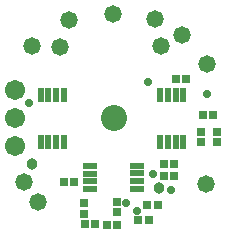
<source format=gts>
G04 Layer_Color=8388736*
%FSLAX25Y25*%
%MOIN*%
G70*
G01*
G75*
%ADD26R,0.01981X0.04540*%
%ADD27R,0.04540X0.01981*%
%ADD28R,0.03162X0.02965*%
%ADD29R,0.02965X0.03162*%
%ADD30C,0.06706*%
%ADD31C,0.08674*%
%ADD32C,0.02800*%
%ADD33C,0.03800*%
%ADD34C,0.05800*%
D26*
X20382Y50500D02*
D03*
X22882D02*
D03*
X25500D02*
D03*
X28059D02*
D03*
Y34949D02*
D03*
X25500D02*
D03*
X22941D02*
D03*
X20382D02*
D03*
X68000Y50551D02*
D03*
X65441D02*
D03*
X62882D02*
D03*
X60323D02*
D03*
Y35000D02*
D03*
X62882D02*
D03*
X65500D02*
D03*
X68000D02*
D03*
D27*
X36949Y27000D02*
D03*
Y24441D02*
D03*
Y21882D02*
D03*
Y19323D02*
D03*
X52500D02*
D03*
Y21882D02*
D03*
Y24500D02*
D03*
Y27000D02*
D03*
D28*
X31500Y21500D02*
D03*
X28153D02*
D03*
X46000Y7346D02*
D03*
X42654D02*
D03*
X56346Y9000D02*
D03*
X53000D02*
D03*
X59346Y14000D02*
D03*
X56000D02*
D03*
X64846Y23500D02*
D03*
X61500D02*
D03*
X64846Y27500D02*
D03*
X61500D02*
D03*
X35153Y7500D02*
D03*
X38500D02*
D03*
X74500Y44000D02*
D03*
X77846D02*
D03*
X68846Y56000D02*
D03*
X65500D02*
D03*
D29*
X46000Y11500D02*
D03*
Y14846D02*
D03*
X74000Y38346D02*
D03*
Y35000D02*
D03*
X35000Y14500D02*
D03*
Y11153D02*
D03*
X79154Y38346D02*
D03*
Y35000D02*
D03*
D30*
X12000Y52449D02*
D03*
Y43000D02*
D03*
Y33551D02*
D03*
D31*
X44815Y43000D02*
D03*
D32*
X57750Y24250D02*
D03*
X16500Y48000D02*
D03*
X52500Y12000D02*
D03*
X64000Y19000D02*
D03*
X49000Y14693D02*
D03*
X76000Y51000D02*
D03*
X56224Y55000D02*
D03*
D33*
X60000Y19500D02*
D03*
X17500Y27500D02*
D03*
D34*
X15000Y21500D02*
D03*
X19500Y15000D02*
D03*
X76000Y61000D02*
D03*
X67500Y70500D02*
D03*
X75500Y21000D02*
D03*
X27000Y66500D02*
D03*
X60500Y67000D02*
D03*
X44500Y77500D02*
D03*
X17500Y67000D02*
D03*
X58500Y76000D02*
D03*
X30000Y75500D02*
D03*
M02*

</source>
